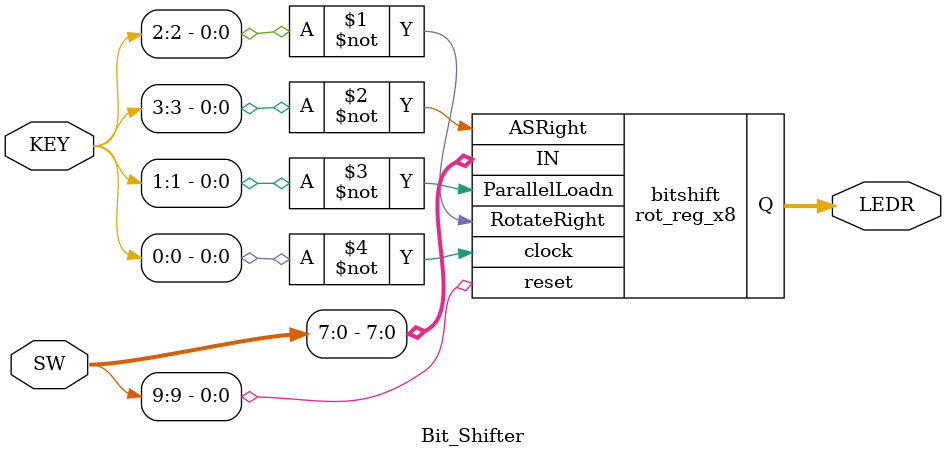
<source format=v>

module mux2to1(input select, x, y , output out);
    
	 assign out = select ? y : x; // 1=y, 0=x
	 
endmodule

module register (D, reset, clk, Q);
	input D;
	input reset , clk;
	output reg Q;
	
	always@(posedge clk)
	begin
		if(reset == 1'b1) // Synchronous active high reset
			Q <= 0;
		else
			Q <= D;	
	end
endmodule	


// Single bit of 8-bit register
module rot_reg(input LoadLeft, loadn, reset, clock, left, right, D, output Q);
	wire w1, D_in;
	
	// x = right (0), y = left (1) !!!!
	mux2to1 shifted_bit(.select(LoadLeft), .x(right), .y(left), .out(w1));
	mux2to1 load(.select(loadn), .x(D), .y(w1), .out(D_in));
	
	register flip_flop(.D(D_in), .reset(reset), .clk(clock), .Q(Q));
	
endmodule
	

module rot_reg_x8(IN, Q, RotateRight, ASRight, ParallelLoadn, reset, clock);
	input RotateRight, ASRight, ParallelLoadn, reset, clock;
	input[7:0] IN;
	output[7:0] Q;
	wire[7:0] w;
	wire asr;
	
	// Need 2-to-1 mux for ASRight right before R7 (Most significant digit)
	mux2to1 ASR(.select(ASRight), .x(w[0]), .y(w[7]), .out(asr));
	
	// All 8 rotating registers
	rot_reg R7(.LoadLeft(RotateRight), .loadn(ParallelLoadn), .reset(reset), 
				  .clock(clock), .left(asr), .right(w[6]), .D(IN[7]), .Q(w[7]));
	
	rot_reg R6(.LoadLeft(RotateRight), .loadn(ParallelLoadn), .reset(reset), 
				  .clock(clock), .left(w[7]), .right(w[5]), .D(IN[6]), .Q(w[6]));
	
	rot_reg R5(.LoadLeft(RotateRight), .loadn(ParallelLoadn), .reset(reset), 
				  .clock(clock), .left(w[6]), .right(w[4]), .D(IN[5]), .Q(w[5]));
	
	rot_reg R4(.LoadLeft(RotateRight), .loadn(ParallelLoadn), .reset(reset), 
				  .clock(clock), .left(w[5]), .right(w[3]), .D(IN[4]), .Q(w[4]));
	
	rot_reg R3(.LoadLeft(RotateRight), .loadn(ParallelLoadn), .reset(reset), 
				  .clock(clock), .left(w[4]), .right(w[2]), .D(IN[3]), .Q(w[3]));
	
	rot_reg R2(.LoadLeft(RotateRight), .loadn(ParallelLoadn), .reset(reset), 
				  .clock(clock), .left(w[3]), .right(w[1]), .D(IN[2]), .Q(w[2]));
	
	rot_reg R1(.LoadLeft(RotateRight), .loadn(ParallelLoadn), .reset(reset), 
				  .clock(clock), .left(w[2]), .right(w[0]), .D(IN[1]), .Q(w[1]));
	
	rot_reg R0(.LoadLeft(RotateRight), .loadn(ParallelLoadn), .reset(reset), 
				  .clock(clock), .left(w[1]), .right(w[7]), .D(IN[0]), .Q(w[0]));
	
	// Assign all values in w to output Q
	assign Q = w;
	
endmodule
	
	
// Main module! Need 8 instances of rot_reg
module Bit_Shifter(SW, KEY, LEDR);
	input[9:0] SW;
	input[3:0] KEY;
	output[7:0] LEDR;
	
	// Declare bit-shifting module!
	rot_reg_x8 bitshift(.IN(SW[7:0]), 
							  .Q(LEDR), 
							  .RotateRight(~KEY[2]), 
							  .ASRight(~KEY[3]), 
							  .ParallelLoadn(~KEY[1]), 
							  .reset(SW[9]), 
							  .clock(~KEY[0]));

endmodule
	
	
</source>
